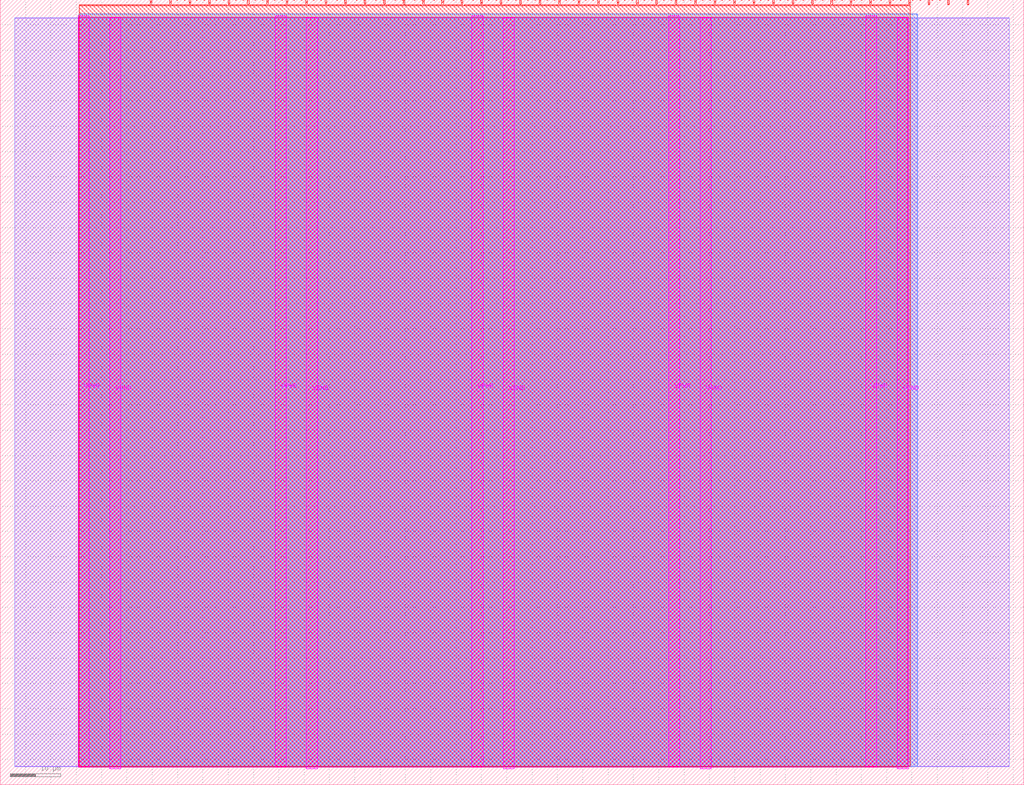
<source format=lef>
VERSION 5.7 ;
  NOWIREEXTENSIONATPIN ON ;
  DIVIDERCHAR "/" ;
  BUSBITCHARS "[]" ;
MACRO tt_um_wokwi_455293379343017985
  CLASS BLOCK ;
  FOREIGN tt_um_wokwi_455293379343017985 ;
  ORIGIN 0.000 0.000 ;
  SIZE 202.080 BY 154.980 ;
  PIN VGND
    DIRECTION INOUT ;
    USE GROUND ;
    PORT
      LAYER TopMetal1 ;
        RECT 21.580 3.150 23.780 151.420 ;
    END
    PORT
      LAYER TopMetal1 ;
        RECT 60.450 3.150 62.650 151.420 ;
    END
    PORT
      LAYER TopMetal1 ;
        RECT 99.320 3.150 101.520 151.420 ;
    END
    PORT
      LAYER TopMetal1 ;
        RECT 138.190 3.150 140.390 151.420 ;
    END
    PORT
      LAYER TopMetal1 ;
        RECT 177.060 3.150 179.260 151.420 ;
    END
  END VGND
  PIN VPWR
    DIRECTION INOUT ;
    USE POWER ;
    PORT
      LAYER TopMetal1 ;
        RECT 15.380 3.560 17.580 151.830 ;
    END
    PORT
      LAYER TopMetal1 ;
        RECT 54.250 3.560 56.450 151.830 ;
    END
    PORT
      LAYER TopMetal1 ;
        RECT 93.120 3.560 95.320 151.830 ;
    END
    PORT
      LAYER TopMetal1 ;
        RECT 131.990 3.560 134.190 151.830 ;
    END
    PORT
      LAYER TopMetal1 ;
        RECT 170.860 3.560 173.060 151.830 ;
    END
  END VPWR
  PIN clk
    DIRECTION INPUT ;
    USE SIGNAL ;
    PORT
      LAYER Metal4 ;
        RECT 187.050 153.980 187.350 154.980 ;
    END
  END clk
  PIN ena
    DIRECTION INPUT ;
    USE SIGNAL ;
    PORT
      LAYER Metal4 ;
        RECT 190.890 153.980 191.190 154.980 ;
    END
  END ena
  PIN rst_n
    DIRECTION INPUT ;
    USE SIGNAL ;
    PORT
      LAYER Metal4 ;
        RECT 183.210 153.980 183.510 154.980 ;
    END
  END rst_n
  PIN ui_in[0]
    DIRECTION INPUT ;
    USE SIGNAL ;
    ANTENNAGATEAREA 0.180700 ;
    PORT
      LAYER Metal4 ;
        RECT 179.370 153.980 179.670 154.980 ;
    END
  END ui_in[0]
  PIN ui_in[1]
    DIRECTION INPUT ;
    USE SIGNAL ;
    ANTENNAGATEAREA 0.180700 ;
    PORT
      LAYER Metal4 ;
        RECT 175.530 153.980 175.830 154.980 ;
    END
  END ui_in[1]
  PIN ui_in[2]
    DIRECTION INPUT ;
    USE SIGNAL ;
    ANTENNAGATEAREA 0.180700 ;
    PORT
      LAYER Metal4 ;
        RECT 171.690 153.980 171.990 154.980 ;
    END
  END ui_in[2]
  PIN ui_in[3]
    DIRECTION INPUT ;
    USE SIGNAL ;
    ANTENNAGATEAREA 0.180700 ;
    PORT
      LAYER Metal4 ;
        RECT 167.850 153.980 168.150 154.980 ;
    END
  END ui_in[3]
  PIN ui_in[4]
    DIRECTION INPUT ;
    USE SIGNAL ;
    ANTENNAGATEAREA 0.180700 ;
    PORT
      LAYER Metal4 ;
        RECT 164.010 153.980 164.310 154.980 ;
    END
  END ui_in[4]
  PIN ui_in[5]
    DIRECTION INPUT ;
    USE SIGNAL ;
    ANTENNAGATEAREA 0.180700 ;
    PORT
      LAYER Metal4 ;
        RECT 160.170 153.980 160.470 154.980 ;
    END
  END ui_in[5]
  PIN ui_in[6]
    DIRECTION INPUT ;
    USE SIGNAL ;
    ANTENNAGATEAREA 0.180700 ;
    PORT
      LAYER Metal4 ;
        RECT 156.330 153.980 156.630 154.980 ;
    END
  END ui_in[6]
  PIN ui_in[7]
    DIRECTION INPUT ;
    USE SIGNAL ;
    PORT
      LAYER Metal4 ;
        RECT 152.490 153.980 152.790 154.980 ;
    END
  END ui_in[7]
  PIN uio_in[0]
    DIRECTION INPUT ;
    USE SIGNAL ;
    PORT
      LAYER Metal4 ;
        RECT 148.650 153.980 148.950 154.980 ;
    END
  END uio_in[0]
  PIN uio_in[1]
    DIRECTION INPUT ;
    USE SIGNAL ;
    PORT
      LAYER Metal4 ;
        RECT 144.810 153.980 145.110 154.980 ;
    END
  END uio_in[1]
  PIN uio_in[2]
    DIRECTION INPUT ;
    USE SIGNAL ;
    PORT
      LAYER Metal4 ;
        RECT 140.970 153.980 141.270 154.980 ;
    END
  END uio_in[2]
  PIN uio_in[3]
    DIRECTION INPUT ;
    USE SIGNAL ;
    PORT
      LAYER Metal4 ;
        RECT 137.130 153.980 137.430 154.980 ;
    END
  END uio_in[3]
  PIN uio_in[4]
    DIRECTION INPUT ;
    USE SIGNAL ;
    PORT
      LAYER Metal4 ;
        RECT 133.290 153.980 133.590 154.980 ;
    END
  END uio_in[4]
  PIN uio_in[5]
    DIRECTION INPUT ;
    USE SIGNAL ;
    PORT
      LAYER Metal4 ;
        RECT 129.450 153.980 129.750 154.980 ;
    END
  END uio_in[5]
  PIN uio_in[6]
    DIRECTION INPUT ;
    USE SIGNAL ;
    PORT
      LAYER Metal4 ;
        RECT 125.610 153.980 125.910 154.980 ;
    END
  END uio_in[6]
  PIN uio_in[7]
    DIRECTION INPUT ;
    USE SIGNAL ;
    PORT
      LAYER Metal4 ;
        RECT 121.770 153.980 122.070 154.980 ;
    END
  END uio_in[7]
  PIN uio_oe[0]
    DIRECTION OUTPUT ;
    USE SIGNAL ;
    ANTENNADIFFAREA 0.299200 ;
    PORT
      LAYER Metal4 ;
        RECT 56.490 153.980 56.790 154.980 ;
    END
  END uio_oe[0]
  PIN uio_oe[1]
    DIRECTION OUTPUT ;
    USE SIGNAL ;
    ANTENNADIFFAREA 0.299200 ;
    PORT
      LAYER Metal4 ;
        RECT 52.650 153.980 52.950 154.980 ;
    END
  END uio_oe[1]
  PIN uio_oe[2]
    DIRECTION OUTPUT ;
    USE SIGNAL ;
    ANTENNADIFFAREA 0.299200 ;
    PORT
      LAYER Metal4 ;
        RECT 48.810 153.980 49.110 154.980 ;
    END
  END uio_oe[2]
  PIN uio_oe[3]
    DIRECTION OUTPUT ;
    USE SIGNAL ;
    ANTENNADIFFAREA 0.299200 ;
    PORT
      LAYER Metal4 ;
        RECT 44.970 153.980 45.270 154.980 ;
    END
  END uio_oe[3]
  PIN uio_oe[4]
    DIRECTION OUTPUT ;
    USE SIGNAL ;
    ANTENNADIFFAREA 0.299200 ;
    PORT
      LAYER Metal4 ;
        RECT 41.130 153.980 41.430 154.980 ;
    END
  END uio_oe[4]
  PIN uio_oe[5]
    DIRECTION OUTPUT ;
    USE SIGNAL ;
    ANTENNADIFFAREA 0.299200 ;
    PORT
      LAYER Metal4 ;
        RECT 37.290 153.980 37.590 154.980 ;
    END
  END uio_oe[5]
  PIN uio_oe[6]
    DIRECTION OUTPUT ;
    USE SIGNAL ;
    ANTENNADIFFAREA 0.299200 ;
    PORT
      LAYER Metal4 ;
        RECT 33.450 153.980 33.750 154.980 ;
    END
  END uio_oe[6]
  PIN uio_oe[7]
    DIRECTION OUTPUT ;
    USE SIGNAL ;
    ANTENNADIFFAREA 0.299200 ;
    PORT
      LAYER Metal4 ;
        RECT 29.610 153.980 29.910 154.980 ;
    END
  END uio_oe[7]
  PIN uio_out[0]
    DIRECTION OUTPUT ;
    USE SIGNAL ;
    ANTENNADIFFAREA 0.299200 ;
    PORT
      LAYER Metal4 ;
        RECT 87.210 153.980 87.510 154.980 ;
    END
  END uio_out[0]
  PIN uio_out[1]
    DIRECTION OUTPUT ;
    USE SIGNAL ;
    ANTENNADIFFAREA 0.299200 ;
    PORT
      LAYER Metal4 ;
        RECT 83.370 153.980 83.670 154.980 ;
    END
  END uio_out[1]
  PIN uio_out[2]
    DIRECTION OUTPUT ;
    USE SIGNAL ;
    ANTENNADIFFAREA 0.299200 ;
    PORT
      LAYER Metal4 ;
        RECT 79.530 153.980 79.830 154.980 ;
    END
  END uio_out[2]
  PIN uio_out[3]
    DIRECTION OUTPUT ;
    USE SIGNAL ;
    ANTENNADIFFAREA 0.299200 ;
    PORT
      LAYER Metal4 ;
        RECT 75.690 153.980 75.990 154.980 ;
    END
  END uio_out[3]
  PIN uio_out[4]
    DIRECTION OUTPUT ;
    USE SIGNAL ;
    ANTENNADIFFAREA 0.299200 ;
    PORT
      LAYER Metal4 ;
        RECT 71.850 153.980 72.150 154.980 ;
    END
  END uio_out[4]
  PIN uio_out[5]
    DIRECTION OUTPUT ;
    USE SIGNAL ;
    ANTENNADIFFAREA 0.299200 ;
    PORT
      LAYER Metal4 ;
        RECT 68.010 153.980 68.310 154.980 ;
    END
  END uio_out[5]
  PIN uio_out[6]
    DIRECTION OUTPUT ;
    USE SIGNAL ;
    ANTENNADIFFAREA 0.299200 ;
    PORT
      LAYER Metal4 ;
        RECT 64.170 153.980 64.470 154.980 ;
    END
  END uio_out[6]
  PIN uio_out[7]
    DIRECTION OUTPUT ;
    USE SIGNAL ;
    ANTENNADIFFAREA 0.299200 ;
    PORT
      LAYER Metal4 ;
        RECT 60.330 153.980 60.630 154.980 ;
    END
  END uio_out[7]
  PIN uo_out[0]
    DIRECTION OUTPUT ;
    USE SIGNAL ;
    ANTENNADIFFAREA 0.708600 ;
    PORT
      LAYER Metal4 ;
        RECT 117.930 153.980 118.230 154.980 ;
    END
  END uo_out[0]
  PIN uo_out[1]
    DIRECTION OUTPUT ;
    USE SIGNAL ;
    ANTENNADIFFAREA 0.708600 ;
    PORT
      LAYER Metal4 ;
        RECT 114.090 153.980 114.390 154.980 ;
    END
  END uo_out[1]
  PIN uo_out[2]
    DIRECTION OUTPUT ;
    USE SIGNAL ;
    ANTENNADIFFAREA 0.708600 ;
    PORT
      LAYER Metal4 ;
        RECT 110.250 153.980 110.550 154.980 ;
    END
  END uo_out[2]
  PIN uo_out[3]
    DIRECTION OUTPUT ;
    USE SIGNAL ;
    ANTENNADIFFAREA 0.708600 ;
    PORT
      LAYER Metal4 ;
        RECT 106.410 153.980 106.710 154.980 ;
    END
  END uo_out[3]
  PIN uo_out[4]
    DIRECTION OUTPUT ;
    USE SIGNAL ;
    ANTENNADIFFAREA 0.708600 ;
    PORT
      LAYER Metal4 ;
        RECT 102.570 153.980 102.870 154.980 ;
    END
  END uo_out[4]
  PIN uo_out[5]
    DIRECTION OUTPUT ;
    USE SIGNAL ;
    ANTENNADIFFAREA 0.708600 ;
    PORT
      LAYER Metal4 ;
        RECT 98.730 153.980 99.030 154.980 ;
    END
  END uo_out[5]
  PIN uo_out[6]
    DIRECTION OUTPUT ;
    USE SIGNAL ;
    ANTENNADIFFAREA 0.708600 ;
    PORT
      LAYER Metal4 ;
        RECT 94.890 153.980 95.190 154.980 ;
    END
  END uo_out[6]
  PIN uo_out[7]
    DIRECTION OUTPUT ;
    USE SIGNAL ;
    ANTENNADIFFAREA 0.299200 ;
    PORT
      LAYER Metal4 ;
        RECT 91.050 153.980 91.350 154.980 ;
    END
  END uo_out[7]
  OBS
      LAYER GatPoly ;
        RECT 2.880 3.630 199.200 151.350 ;
      LAYER Metal1 ;
        RECT 2.880 3.560 199.200 151.420 ;
      LAYER Metal2 ;
        RECT 15.560 3.635 181.065 152.185 ;
      LAYER Metal3 ;
        RECT 15.515 3.680 181.105 152.145 ;
      LAYER Metal4 ;
        RECT 15.560 153.770 29.400 153.980 ;
        RECT 30.120 153.770 33.240 153.980 ;
        RECT 33.960 153.770 37.080 153.980 ;
        RECT 37.800 153.770 40.920 153.980 ;
        RECT 41.640 153.770 44.760 153.980 ;
        RECT 45.480 153.770 48.600 153.980 ;
        RECT 49.320 153.770 52.440 153.980 ;
        RECT 53.160 153.770 56.280 153.980 ;
        RECT 57.000 153.770 60.120 153.980 ;
        RECT 60.840 153.770 63.960 153.980 ;
        RECT 64.680 153.770 67.800 153.980 ;
        RECT 68.520 153.770 71.640 153.980 ;
        RECT 72.360 153.770 75.480 153.980 ;
        RECT 76.200 153.770 79.320 153.980 ;
        RECT 80.040 153.770 83.160 153.980 ;
        RECT 83.880 153.770 87.000 153.980 ;
        RECT 87.720 153.770 90.840 153.980 ;
        RECT 91.560 153.770 94.680 153.980 ;
        RECT 95.400 153.770 98.520 153.980 ;
        RECT 99.240 153.770 102.360 153.980 ;
        RECT 103.080 153.770 106.200 153.980 ;
        RECT 106.920 153.770 110.040 153.980 ;
        RECT 110.760 153.770 113.880 153.980 ;
        RECT 114.600 153.770 117.720 153.980 ;
        RECT 118.440 153.770 121.560 153.980 ;
        RECT 122.280 153.770 125.400 153.980 ;
        RECT 126.120 153.770 129.240 153.980 ;
        RECT 129.960 153.770 133.080 153.980 ;
        RECT 133.800 153.770 136.920 153.980 ;
        RECT 137.640 153.770 140.760 153.980 ;
        RECT 141.480 153.770 144.600 153.980 ;
        RECT 145.320 153.770 148.440 153.980 ;
        RECT 149.160 153.770 152.280 153.980 ;
        RECT 153.000 153.770 156.120 153.980 ;
        RECT 156.840 153.770 159.960 153.980 ;
        RECT 160.680 153.770 163.800 153.980 ;
        RECT 164.520 153.770 167.640 153.980 ;
        RECT 168.360 153.770 171.480 153.980 ;
        RECT 172.200 153.770 175.320 153.980 ;
        RECT 176.040 153.770 179.160 153.980 ;
        RECT 15.560 3.635 179.620 153.770 ;
      LAYER Metal5 ;
        RECT 15.515 3.470 179.125 151.510 ;
  END
END tt_um_wokwi_455293379343017985
END LIBRARY


</source>
